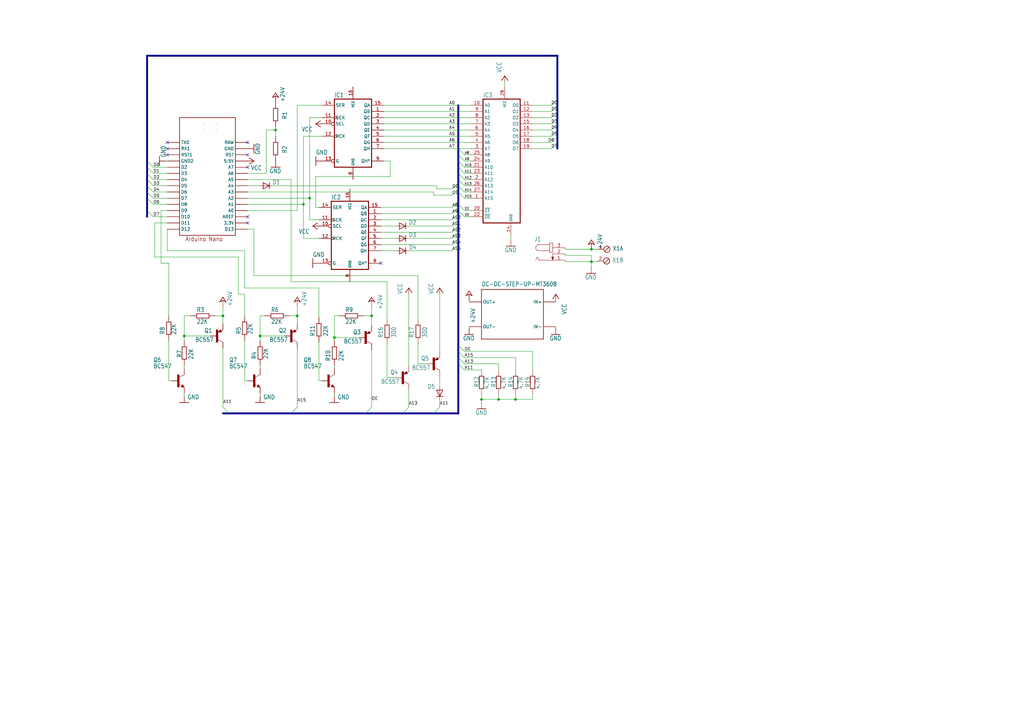
<source format=kicad_sch>
(kicad_sch (version 20230121) (generator eeschema)
  (paper "A3")
  (lib_symbols
    (symbol "1N4446_1"
      (property "Reference" "D5" (at -1.7526 -5.08 90))
      (symbol "1N4446_1_1_0"
        (pin passive line (at -2.54 0 0) (length 2.54) (name "A") (number "A"))
        (pin passive line (at 2.54 0 180) (length 2.54) (name "C") (number "C"))
      )
    )
    (symbol "1N4446_2"
      (property "Reference" "D4" (at 2.54 0.4826 0))
      (symbol "1N4446_2_1_0"
        (pin passive line (at -2.54 0 0) (length 2.54) (name "A") (number "A"))
        (pin passive line (at 2.54 0 180) (length 2.54) (name "C") (number "C"))
      )
    )
    (symbol "1N4446_3"
      (property "Reference" "D3" (at 2.54 0.4826 0))
      (symbol "1N4446_3_1_0"
        (pin passive line (at -2.54 0 0) (length 2.54) (name "A") (number "A"))
        (pin passive line (at 2.54 0 180) (length 2.54) (name "C") (number "C"))
      )
    )
    (symbol "1N4446_4"
      (property "Reference" "D2" (at 2.54 0.4826 0))
      (symbol "1N4446_4_1_0"
        (pin passive line (at -2.54 0 0) (length 2.54) (name "A") (number "A"))
        (pin passive line (at 2.54 0 180) (length 2.54) (name "C") (number "C"))
      )
    )
    (symbol "eprom_progr:27512"
      (property "Reference" "IC3" (at -10.16 26.035 0))
      (symbol "27512_1_0"
        (pin input line (at -15.24 -15.24 0) (length 5.08) (name "A15") (number "1"))
        (pin input line (at -15.24 22.86 0) (length 5.08) (name "A0") (number "10"))
        (pin tri_state line (at 10.16 22.86 180) (length 5.08) (name "O0") (number "11"))
        (pin tri_state line (at 10.16 20.32 180) (length 5.08) (name "O1") (number "12"))
        (pin tri_state line (at 10.16 17.78 180) (length 5.08) (name "O2") (number "13"))
        (pin power_in line (at 1.27 -30.48 90) (length 5.08) (name "GND") (number "14"))
        (pin tri_state line (at 10.16 15.24 180) (length 5.08) (name "O3") (number "15"))
        (pin tri_state line (at 10.16 12.7 180) (length 5.08) (name "O4") (number "16"))
        (pin tri_state line (at 10.16 10.16 180) (length 5.08) (name "O5") (number "17"))
        (pin tri_state line (at 10.16 7.62 180) (length 5.08) (name "O6") (number "18"))
        (pin tri_state line (at 10.16 5.08 180) (length 5.08) (name "O7") (number "19"))
        (pin input line (at -15.24 -7.62 0) (length 5.08) (name "A12") (number "2"))
        (pin input line (at -15.24 -20.32 0) (length 5.08) (name "~{CE}") (number "20"))
        (pin input line (at -15.24 -2.54 0) (length 5.08) (name "A10") (number "21"))
        (pin input line (at -15.24 -22.86 0) (length 5.08) (name "~{OE}") (number "22"))
        (pin input line (at -15.24 -5.08 0) (length 5.08) (name "A11") (number "23"))
        (pin input line (at -15.24 0 0) (length 5.08) (name "A9") (number "24"))
        (pin input line (at -15.24 2.54 0) (length 5.08) (name "A8") (number "25"))
        (pin input line (at -15.24 -10.16 0) (length 5.08) (name "A13") (number "26"))
        (pin input line (at -15.24 -12.7 0) (length 5.08) (name "A14") (number "27"))
        (pin power_in line (at -1.27 30.48 270) (length 5.08) (name "VCC") (number "28"))
        (pin input line (at -15.24 5.08 0) (length 5.08) (name "A7") (number "3"))
        (pin input line (at -15.24 7.62 0) (length 5.08) (name "A6") (number "4"))
        (pin input line (at -15.24 10.16 0) (length 5.08) (name "A5") (number "5"))
        (pin input line (at -15.24 12.7 0) (length 5.08) (name "A4") (number "6"))
        (pin input line (at -15.24 15.24 0) (length 5.08) (name "A3") (number "7"))
        (pin input line (at -15.24 17.78 0) (length 5.08) (name "A2") (number "8"))
        (pin input line (at -15.24 20.32 0) (length 5.08) (name "A1") (number "9"))
      )
    )
    (symbol "eprom_progr:74595D"
      (property "Reference" "IC1" (at -7.62 13.335 0))
      (symbol "74595D_1_0"
        (pin tri_state line (at 12.7 7.62 180) (length 5.08) (name "QB") (number "1"))
        (pin input inverted (at -12.7 2.54 0) (length 5.08) (name "SCL") (number "10"))
        (pin input clock (at -12.7 5.08 0) (length 5.08) (name "SCK") (number "11"))
        (pin input clock (at -12.7 -2.54 0) (length 5.08) (name "RCK") (number "12"))
        (pin input inverted (at -12.7 -12.7 0) (length 5.08) (name "G") (number "13"))
        (pin input line (at -12.7 10.16 0) (length 5.08) (name "SER") (number "14"))
        (pin tri_state line (at 12.7 10.16 180) (length 5.08) (name "QA") (number "15"))
        (pin power_in line (at 0 17.78 270) (length 5.08) (name "VCC") (number "16"))
        (pin tri_state line (at 12.7 5.08 180) (length 5.08) (name "QC") (number "2"))
        (pin tri_state line (at 12.7 2.54 180) (length 5.08) (name "QD") (number "3"))
        (pin tri_state line (at 12.7 0 180) (length 5.08) (name "QE") (number "4"))
        (pin tri_state line (at 12.7 -2.54 180) (length 5.08) (name "QF") (number "5"))
        (pin tri_state line (at 12.7 -5.08 180) (length 5.08) (name "QG") (number "6"))
        (pin tri_state line (at 12.7 -7.62 180) (length 5.08) (name "QH") (number "7"))
        (pin power_in line (at 0 -20.32 90) (length 5.08) (name "GND") (number "8"))
        (pin tri_state line (at 12.7 -12.7 180) (length 5.08) (name "QH*") (number "9"))
      )
    )
    (symbol "eprom_progr:JACK-PLUG1"
      (property "Reference" "J1" (at -7.62 5.08 0))
      (symbol "JACK-PLUG1_1_0"
        (pin passive line (at 5.08 -2.54 180) (length 5.08) (name "1") (number "1"))
        (pin passive line (at 5.08 0 180) (length 5.08) (name "2") (number "2"))
        (pin passive line (at 5.08 2.54 180) (length 5.08) (name "3") (number "3"))
      )
    )
    (symbol "eprom_progr:NANO"
      (symbol "NANO_1_0"
        (text "Arduino Nano" (at -12.7 20.32 0) (effects (font (size 1.778 1.5113)) (justify left bottom)))
        (pin bidirectional line (at -22.86 12.7 0) (length 5.08) (name "3.3V") (number "3.3V"))
        (pin bidirectional line (at -22.86 -12.7 0) (length 5.08) (name "5.5V") (number "5V"))
        (pin bidirectional line (at -22.86 7.62 0) (length 5.08) (name "A0") (number "A0"))
        (pin bidirectional line (at -22.86 5.08 0) (length 5.08) (name "A1") (number "A1"))
        (pin bidirectional line (at -22.86 2.54 0) (length 5.08) (name "A2") (number "A2"))
        (pin bidirectional line (at -22.86 0 0) (length 5.08) (name "A3") (number "A3"))
        (pin bidirectional line (at -22.86 -2.54 0) (length 5.08) (name "A4") (number "A4"))
        (pin bidirectional line (at -22.86 -5.08 0) (length 5.08) (name "A5") (number "A5"))
        (pin bidirectional line (at -22.86 -7.62 0) (length 5.08) (name "A6") (number "A6"))
        (pin bidirectional line (at -22.86 -10.16 0) (length 5.08) (name "A7") (number "A7"))
        (pin bidirectional line (at -22.86 10.16 0) (length 5.08) (name "AREF") (number "AREF"))
        (pin bidirectional line (at 10.16 10.16 180) (length 5.08) (name "D10") (number "D10"))
        (pin bidirectional line (at 10.16 12.7 180) (length 5.08) (name "D11") (number "D11"))
        (pin bidirectional line (at 10.16 15.24 180) (length 5.08) (name "D12") (number "D12"))
        (pin bidirectional line (at -22.86 15.24 0) (length 5.08) (name "D13") (number "D13"))
        (pin bidirectional line (at 10.16 -10.16 180) (length 5.08) (name "D2") (number "D2"))
        (pin bidirectional line (at 10.16 -7.62 180) (length 5.08) (name "D3") (number "D3"))
        (pin bidirectional line (at 10.16 -5.08 180) (length 5.08) (name "D4") (number "D4"))
        (pin bidirectional line (at 10.16 -2.54 180) (length 5.08) (name "D5") (number "D5"))
        (pin bidirectional line (at 10.16 0 180) (length 5.08) (name "D6") (number "D6"))
        (pin bidirectional line (at 10.16 2.54 180) (length 5.08) (name "D7") (number "D7"))
        (pin bidirectional line (at 10.16 5.08 180) (length 5.08) (name "D8") (number "D8"))
        (pin bidirectional line (at 10.16 7.62 180) (length 5.08) (name "D9") (number "D9"))
        (pin bidirectional line (at -22.86 -17.78 0) (length 5.08) (name "GND") (number "GND"))
        (pin bidirectional line (at 10.16 -12.7 180) (length 5.08) (name "GND2") (number "GND1"))
        (pin bidirectional line (at -10.16 -27.94 270) (length 0) (name "ICSP1") (number "ICSP1"))
        (pin bidirectional line (at -10.16 -25.4 270) (length 0) (name "ICSP2") (number "ICSP2"))
        (pin bidirectional line (at -7.62 -27.94 270) (length 0) (name "ICSP3") (number "ICSP3"))
        (pin bidirectional line (at -7.62 -25.4 270) (length 0) (name "ICSP4") (number "ICSP4"))
        (pin bidirectional line (at -5.08 -27.94 270) (length 0) (name "ICSP5") (number "ICSP5"))
        (pin bidirectional line (at -5.08 -25.4 270) (length 0) (name "ICSP6") (number "ICSP6"))
        (pin bidirectional line (at -22.86 -20.32 0) (length 5.08) (name "RAW") (number "RAW"))
        (pin bidirectional line (at -22.86 -15.24 0) (length 5.08) (name "RST") (number "RST"))
        (pin bidirectional line (at 10.16 -15.24 180) (length 5.08) (name "RST1") (number "RST1"))
        (pin bidirectional line (at 10.16 -17.78 180) (length 5.08) (name "RX1") (number "RX1"))
        (pin bidirectional line (at 10.16 -20.32 180) (length 5.08) (name "TX0") (number "TX0"))
      )
    )
    (symbol "untitled-eagle-import:+24V" (power)
      (property "Value" "+24V" (at -2.54 -5.08 90))
      (symbol "+24V_1_0"
        (pin power_in line (at 0 -2.54 90) (length 2.54) (name "+24V") (number "1"))
      )
    )
    (symbol "untitled-eagle-import:1N4446"
      (property "Reference" "D1" (at 2.54 0.4826 0))
      (symbol "1N4446_1_0"
        (pin passive line (at -2.54 0 0) (length 2.54) (name "A") (number "A"))
        (pin passive line (at 2.54 0 180) (length 2.54) (name "C") (number "C"))
      )
    )
    (symbol "untitled-eagle-import:BC547"
      (property "Reference" "Q" (at -10.16 7.62 0))
      (symbol "BC547_1_0"
        (pin passive line (at 2.54 -5.08 90) (length 2.54) (name "E") (number "1"))
        (pin passive line (at -2.54 0 0) (length 2.54) (name "B") (number "2"))
        (pin passive line (at 2.54 5.08 270) (length 2.54) (name "C") (number "3"))
      )
    )
    (symbol "untitled-eagle-import:BC557"
      (property "Reference" "Q" (at -10.16 7.62 0))
      (symbol "BC557_1_0"
        (pin passive line (at 2.54 5.08 270) (length 2.54) (name "E") (number "1"))
        (pin passive line (at -2.54 0 0) (length 2.54) (name "B") (number "2"))
        (pin passive line (at 2.54 -5.08 90) (length 2.54) (name "C") (number "3"))
      )
    )
    (symbol "untitled-eagle-import:DC-DC-STEP-UP-MT3608"
      (property "Value" "DC-DC-STEP-UP-MT3608" (at -12.7 11.43 0))
      (symbol "DC-DC-STEP-UP-MT3608_1_0"
        (pin bidirectional line (at 17.78 5.08 180) (length 5.08) (name "IN+") (number "IN+"))
        (pin bidirectional line (at 17.78 -5.08 180) (length 5.08) (name "IN-") (number "IN-"))
        (pin bidirectional line (at -17.78 5.08 0) (length 5.08) (name "OUT+") (number "OUT+"))
        (pin bidirectional line (at -17.78 -5.08 0) (length 5.08) (name "OUT-") (number "OUT-"))
      )
    )
    (symbol "untitled-eagle-import:GND" (power)
      (property "Value" "GND" (at -2.54 -2.54 0))
      (symbol "GND_1_0"
        (pin power_in line (at 0 2.54 270) (length 2.54) (name "GND") (number "1"))
      )
    )
    (symbol "untitled-eagle-import:MPT2"
      (property "Reference" "X" (at 3.556 -0.635 0))
      (symbol "MPT2_1_0"
        (pin passive line (at -2.54 0 0) (length 2.54) (name "1") (number "1"))
      )
      (symbol "MPT2_2_0"
        (pin passive line (at -2.54 0 0) (length 2.54) (name "1") (number "2"))
      )
    )
    (symbol "untitled-eagle-import:R-EU_M0805"
      (property "Reference" "R" (at -3.81 1.4986 0))
      (symbol "R-EU_M0805_1_0"
        (pin passive line (at -5.08 0 0) (length 2.54) (name "1") (number "1"))
        (pin passive line (at 5.08 0 180) (length 2.54) (name "2") (number "2"))
      )
    )
    (symbol "untitled-eagle-import:VCC" (power)
      (property "Value" "VCC" (at -2.54 -2.54 90))
      (symbol "VCC_1_0"
        (pin power_in line (at 0 -2.54 90) (length 2.54) (name "VCC") (number "1"))
      )
    )
  )
  (junction (at 106.68 137.795))
  (junction (at 152.4 129.54))
  (junction (at 137.16 138.43))
  (junction (at 242.57 102.235))
  (junction (at 124.46 83.82))
  (junction (at 242.57 107.315))
  (junction (at 113.03 53.34))
  (junction (at 91.44 129.54))
  (junction (at 127 81.28))
  (junction (at 197.485 163.83))
  (junction (at 211.455 163.83))
  (junction (at 121.92 129.54))
  (junction (at 204.47 163.83))
  (junction (at 75.565 137.795))
  (no_connect (at 101.6 63.5))
  (no_connect (at 101.6 58.42))
  (no_connect (at 156.21 107.95))
  (no_connect (at 68.58 60.96))
  (no_connect (at 68.58 58.42))
  (no_connect (at 101.6 68.58))
  (no_connect (at 68.58 63.5))
  (no_connect (at 101.6 88.9))
  (no_connect (at 101.6 91.44))
  (bus_entry (at 62.865 78.74) (size -2.54 -2.54))
  (bus_entry (at 185.42 77.47) (size 2.54 -2.54))
  (bus_entry (at 190.5 71.12) (size -2.54 -2.54))
  (bus_entry (at 180.34 167.005) (size -2.54 2.54))
  (bus_entry (at 190.5 88.9) (size -2.54 -2.54))
  (bus_entry (at 62.865 73.66) (size -2.54 -2.54))
  (bus_entry (at 226.06 45.72) (size 2.54 -2.54))
  (bus_entry (at 62.865 68.58) (size -2.54 -2.54))
  (bus_entry (at 62.865 83.82) (size -2.54 -2.54))
  (bus_entry (at 185.42 80.01) (size 2.54 -2.54))
  (bus_entry (at 226.06 58.42) (size 2.54 -2.54))
  (bus_entry (at 185.42 87.63) (size 2.54 -2.54))
  (bus_entry (at 190.5 86.36) (size -2.54 -2.54))
  (bus_entry (at 190.5 66.04) (size -2.54 -2.54))
  (bus_entry (at 121.92 167.005) (size -2.54 2.54))
  (bus_entry (at 190.5 63.5) (size -2.54 -2.54))
  (bus_entry (at 185.42 85.09) (size 2.54 -2.54))
  (bus_entry (at 62.865 81.28) (size -2.54 -2.54))
  (bus_entry (at 226.06 50.8) (size 2.54 -2.54))
  (bus_entry (at 185.42 90.17) (size 2.54 -2.54))
  (bus_entry (at 62.865 88.9) (size -2.54 -2.54))
  (bus_entry (at 185.42 100.33) (size 2.54 -2.54))
  (bus_entry (at 226.06 53.34) (size 2.54 -2.54))
  (bus_entry (at 185.42 92.71) (size 2.54 -2.54))
  (bus_entry (at 62.865 76.2) (size -2.54 -2.54))
  (bus_entry (at 190.5 144.145) (size -2.54 -2.54))
  (bus_entry (at 62.865 71.12) (size -2.54 -2.54))
  (bus_entry (at 226.06 60.96) (size 2.54 -2.54))
  (bus_entry (at 190.5 68.58) (size -2.54 -2.54))
  (bus_entry (at 190.5 151.765) (size -2.54 -2.54))
  (bus_entry (at 152.4 167.005) (size -2.54 2.54))
  (bus_entry (at 190.5 76.2) (size -2.54 -2.54))
  (bus_entry (at 185.42 95.25) (size 2.54 -2.54))
  (bus_entry (at 185.42 97.79) (size 2.54 -2.54))
  (bus_entry (at 226.06 55.88) (size 2.54 -2.54))
  (bus_entry (at 190.5 73.66) (size -2.54 -2.54))
  (bus_entry (at 226.06 43.18) (size 2.54 -2.54))
  (bus_entry (at 167.64 167.005) (size -2.54 2.54))
  (bus_entry (at 190.5 146.685) (size -2.54 -2.54))
  (bus_entry (at 91.44 167.005) (size 2.54 2.54))
  (bus_entry (at 190.5 81.28) (size -2.54 -2.54))
  (bus_entry (at 190.5 149.225) (size -2.54 -2.54))
  (bus_entry (at 185.42 102.87) (size 2.54 -2.54))
  (bus_entry (at 226.06 48.26) (size 2.54 -2.54))
  (bus_entry (at 190.5 78.74) (size -2.54 -2.54))
  (wire (pts (xy 75.565 149.86) (xy 75.565 151.13)) (stroke (width 0.1524)))
  (bus (pts (xy 187.96 149.225) (xy 187.96 169.545)) (stroke (width 0.762)))
  (wire (pts (xy 171.45 113.03) (xy 104.14 113.03)) (stroke (width 0.1524)))
  (wire (pts (xy 119.38 73.66) (xy 119.38 115.57)) (stroke (width 0.1524)))
  (bus (pts (xy 60.325 22.86) (xy 60.325 66.04)) (stroke (width 0.762)))
  (wire (pts (xy 242.57 104.775) (xy 242.57 107.315)) (stroke (width 0.1524)))
  (wire (pts (xy 132.08 48.26) (xy 127 48.26)) (stroke (width 0.1524)))
  (wire (pts (xy 68.58 91.44) (xy 63.5 91.44)) (stroke (width 0.1524)))
  (wire (pts (xy 207.01 33.655) (xy 207.01 35.56)))
  (wire (pts (xy 171.45 130.81) (xy 171.45 113.03)) (stroke (width 0.1524)))
  (wire (pts (xy 242.57 104.775) (xy 231.775 104.775)))
  (bus (pts (xy 187.96 74.93) (xy 187.96 76.2)) (stroke (width 0.762)))
  (wire (pts (xy 218.44 50.8) (xy 226.06 50.8)) (stroke (width 0.1524)))
  (wire (pts (xy 101.6 73.66) (xy 119.38 73.66)) (stroke (width 0.1524)))
  (wire (pts (xy 157.48 60.96) (xy 187.96 60.96)) (stroke (width 0.1524)))
  (bus (pts (xy 187.96 87.63) (xy 187.96 90.17)) (stroke (width 0.762)))
  (wire (pts (xy 119.38 115.57) (xy 158.75 115.57)) (stroke (width 0.1524)))
  (wire (pts (xy 100.33 102.87) (xy 100.33 118.11)) (stroke (width 0.1524)))
  (wire (pts (xy 121.92 142.875) (xy 121.92 167.005)) (stroke (width 0.1524)))
  (wire (pts (xy 231.775 107.315) (xy 231.775 106.68)))
  (wire (pts (xy 63.5 105.41) (xy 97.79 105.41)) (stroke (width 0.1524)))
  (wire (pts (xy 227.965 123.825) (xy 227.965 123.19)) (stroke (width 0.1524)))
  (wire (pts (xy 111.76 76.2) (xy 179.07 76.2)) (stroke (width 0.1524)))
  (bus (pts (xy 228.6 60.96) (xy 228.6 58.42)) (stroke (width 0.762)))
  (wire (pts (xy 130.81 118.11) (xy 100.33 118.11)) (stroke (width 0.1524)))
  (wire (pts (xy 152.4 133.35) (xy 152.4 129.54)) (stroke (width 0.1524)))
  (bus (pts (xy 228.6 43.18) (xy 228.6 40.64)) (stroke (width 0.762)))
  (bus (pts (xy 187.96 77.47) (xy 187.96 78.74)) (stroke (width 0.762)))
  (wire (pts (xy 68.58 86.36) (xy 66.04 86.36)) (stroke (width 0.1524)))
  (bus (pts (xy 228.6 40.64) (xy 228.6 22.86)) (stroke (width 0.762)))
  (wire (pts (xy 130.81 156.21) (xy 130.81 140.335)) (stroke (width 0.1524)))
  (wire (pts (xy 113.03 53.34) (xy 113.03 55.88)) (stroke (width 0.1524)))
  (wire (pts (xy 104.14 113.03) (xy 104.14 93.98)) (stroke (width 0.1524)))
  (wire (pts (xy 218.44 163.83) (xy 211.455 163.83)) (stroke (width 0.1524)))
  (bus (pts (xy 187.96 43.18) (xy 187.96 60.96)) (stroke (width 0.762)))
  (wire (pts (xy 68.58 83.82) (xy 62.865 83.82)) (stroke (width 0.1524)))
  (bus (pts (xy 187.96 90.17) (xy 187.96 92.71)) (stroke (width 0.762)))
  (bus (pts (xy 119.38 169.545) (xy 93.98 169.545)) (stroke (width 0.762)))
  (bus (pts (xy 187.96 95.25) (xy 187.96 97.79)) (stroke (width 0.762)))
  (wire (pts (xy 68.58 78.74) (xy 62.865 78.74)) (stroke (width 0.1524)))
  (wire (pts (xy 156.21 90.17) (xy 185.42 90.17)) (stroke (width 0.1524)))
  (wire (pts (xy 158.75 115.57) (xy 158.75 130.81)) (stroke (width 0.1524)))
  (wire (pts (xy 197.485 163.83) (xy 197.485 161.925)) (stroke (width 0.1524)))
  (wire (pts (xy 193.04 78.74) (xy 190.5 78.74)) (stroke (width 0.1524)))
  (wire (pts (xy 127 81.28) (xy 127 90.17)) (stroke (width 0.1524)))
  (wire (pts (xy 193.04 76.2) (xy 190.5 76.2)) (stroke (width 0.1524)))
  (bus (pts (xy 187.96 71.12) (xy 187.96 73.66)) (stroke (width 0.762)))
  (wire (pts (xy 158.75 140.97) (xy 158.75 154.94)) (stroke (width 0.1524)))
  (bus (pts (xy 187.96 76.2) (xy 187.96 77.47)) (stroke (width 0.762)))
  (wire (pts (xy 68.58 76.2) (xy 62.865 76.2)) (stroke (width 0.1524)))
  (wire (pts (xy 242.57 109.855) (xy 242.443 109.601)) (stroke (width 0.1524)))
  (bus (pts (xy 177.8 169.545) (xy 165.1 169.545)) (stroke (width 0.762)))
  (bus (pts (xy 187.96 78.74) (xy 187.96 82.55)) (stroke (width 0.762)))
  (wire (pts (xy 158.75 154.94) (xy 162.56 154.94)) (stroke (width 0.1524)))
  (wire (pts (xy 245.11 107.315) (xy 244.983 107.061)) (stroke (width 0.1524)))
  (wire (pts (xy 78.105 129.54) (xy 75.565 129.54)) (stroke (width 0.1524)))
  (wire (pts (xy 242.57 102.235) (xy 231.775 102.235)))
  (wire (pts (xy 218.44 60.96) (xy 226.06 60.96)) (stroke (width 0.1524)))
  (wire (pts (xy 88.265 129.54) (xy 91.44 129.54)) (stroke (width 0.1524)))
  (wire (pts (xy 121.92 125.73) (xy 121.92 129.54)) (stroke (width 0.1524)))
  (wire (pts (xy 124.46 83.82) (xy 124.46 97.79)) (stroke (width 0.1524)))
  (wire (pts (xy 193.04 73.66) (xy 190.5 73.66)) (stroke (width 0.1524)))
  (wire (pts (xy 130.81 130.175) (xy 130.81 118.11)) (stroke (width 0.1524)))
  (wire (pts (xy 218.44 144.145) (xy 190.5 144.145)) (stroke (width 0.1524)))
  (wire (pts (xy 218.44 45.72) (xy 226.06 45.72)) (stroke (width 0.1524)))
  (wire (pts (xy 121.92 129.54) (xy 121.92 132.715)) (stroke (width 0.1524)))
  (bus (pts (xy 165.1 169.545) (xy 149.86 169.545)) (stroke (width 0.762)))
  (wire (pts (xy 157.48 48.26) (xy 193.04 48.26)) (stroke (width 0.1524)))
  (wire (pts (xy 162.56 97.79) (xy 156.21 97.79)) (stroke (width 0.1524)))
  (bus (pts (xy 60.325 66.04) (xy 60.325 68.58)) (stroke (width 0.762)))
  (wire (pts (xy 193.04 68.58) (xy 190.5 68.58)) (stroke (width 0.1524)))
  (wire (pts (xy 157.48 55.88) (xy 193.04 55.88)) (stroke (width 0.1524)))
  (bus (pts (xy 187.96 169.545) (xy 177.8 169.545)) (stroke (width 0.762)))
  (wire (pts (xy 100.33 139.7) (xy 100.33 156.21)) (stroke (width 0.1524)))
  (wire (pts (xy 162.56 102.87) (xy 156.21 102.87)) (stroke (width 0.1524)))
  (wire (pts (xy 108.585 129.54) (xy 106.68 129.54)) (stroke (width 0.1524)))
  (wire (pts (xy 68.58 71.12) (xy 62.865 71.12)) (stroke (width 0.1524)))
  (wire (pts (xy 91.44 142.875) (xy 91.44 167.005)))
  (wire (pts (xy 218.44 58.42) (xy 226.06 58.42)))
  (bus (pts (xy 187.96 141.605) (xy 187.96 144.145)) (stroke (width 0.762)))
  (wire (pts (xy 132.08 55.88) (xy 124.46 55.88)) (stroke (width 0.1524)))
  (wire (pts (xy 156.21 87.63) (xy 185.42 87.63)) (stroke (width 0.1524)))
  (wire (pts (xy 66.04 107.95) (xy 69.215 107.95)) (stroke (width 0.1524)))
  (wire (pts (xy 68.58 88.9) (xy 62.865 88.9)) (stroke (width 0.1524)))
  (bus (pts (xy 228.6 58.42) (xy 228.6 55.88)) (stroke (width 0.762)))
  (bus (pts (xy 187.96 144.145) (xy 187.96 146.685)) (stroke (width 0.762)))
  (wire (pts (xy 127 48.26) (xy 127 81.28)) (stroke (width 0.1524)))
  (wire (pts (xy 185.42 102.87) (xy 167.64 102.87)) (stroke (width 0.1524)))
  (wire (pts (xy 157.48 43.18) (xy 193.04 43.18)) (stroke (width 0.1524)))
  (bus (pts (xy 187.96 66.04) (xy 187.96 68.58)) (stroke (width 0.762)))
  (wire (pts (xy 157.48 53.34) (xy 193.04 53.34)) (stroke (width 0.1524)))
  (bus (pts (xy 228.6 50.8) (xy 228.6 48.26)) (stroke (width 0.762)))
  (wire (pts (xy 204.47 161.925) (xy 204.47 163.83)) (stroke (width 0.1524)))
  (wire (pts (xy 193.04 71.12) (xy 190.5 71.12)) (stroke (width 0.1524)))
  (wire (pts (xy 193.04 63.5) (xy 190.5 63.5)) (stroke (width 0.1524)))
  (wire (pts (xy 116.84 137.795) (xy 106.68 137.795)) (stroke (width 0.1524)))
  (wire (pts (xy 69.215 139.7) (xy 69.215 156.21)) (stroke (width 0.1524)))
  (wire (pts (xy 245.11 107.315) (xy 242.57 107.315)) (stroke (width 0.1524)))
  (wire (pts (xy 68.58 73.66) (xy 62.865 73.66)) (stroke (width 0.1524)))
  (wire (pts (xy 124.46 55.88) (xy 124.46 83.82)) (stroke (width 0.1524)))
  (bus (pts (xy 60.325 86.36) (xy 60.325 88.9)) (stroke (width 0.762)))
  (wire (pts (xy 156.21 92.71) (xy 162.56 92.71)) (stroke (width 0.1524)))
  (wire (pts (xy 101.6 86.36) (xy 121.92 86.36)) (stroke (width 0.1524)))
  (wire (pts (xy 242.57 102.235) (xy 245.11 102.235)) (stroke (width 0.1524)))
  (wire (pts (xy 121.92 86.36) (xy 121.92 43.18)) (stroke (width 0.1524)))
  (wire (pts (xy 193.04 66.04) (xy 190.5 66.04)) (stroke (width 0.1524)))
  (bus (pts (xy 228.6 22.86) (xy 60.325 22.86)) (stroke (width 0.762)))
  (wire (pts (xy 137.16 139.7) (xy 137.16 138.43)) (stroke (width 0.1524)))
  (wire (pts (xy 218.44 55.88) (xy 226.06 55.88)) (stroke (width 0.1524)))
  (bus (pts (xy 187.96 73.66) (xy 187.96 74.93)) (stroke (width 0.762)))
  (wire (pts (xy 68.58 81.28) (xy 62.865 81.28)) (stroke (width 0.1524)))
  (bus (pts (xy 149.86 169.545) (xy 119.38 169.545)) (stroke (width 0.762)))
  (wire (pts (xy 63.5 91.44) (xy 63.5 105.41)) (stroke (width 0.1524)))
  (wire (pts (xy 68.58 68.58) (xy 62.865 68.58)) (stroke (width 0.1524)))
  (wire (pts (xy 152.4 143.51) (xy 152.4 167.005)) (stroke (width 0.1524)))
  (wire (pts (xy 156.21 95.25) (xy 185.42 95.25)) (stroke (width 0.1524)))
  (wire (pts (xy 227.965 134.62) (xy 227.965 133.985)) (stroke (width 0.1524)))
  (wire (pts (xy 100.33 129.54) (xy 100.33 120.65)) (stroke (width 0.1524)))
  (wire (pts (xy 209.55 96.52) (xy 209.55 98.425)))
  (wire (pts (xy 156.21 85.09) (xy 185.42 85.09)) (stroke (width 0.1524)))
  (wire (pts (xy 171.45 149.225) (xy 171.45 140.97)) (stroke (width 0.1524)))
  (wire (pts (xy 137.16 138.43) (xy 147.32 138.43)) (stroke (width 0.1524)))
  (wire (pts (xy 167.64 149.86) (xy 167.64 120.65)) (stroke (width 0.1524)))
  (bus (pts (xy 228.6 53.34) (xy 228.6 50.8)) (stroke (width 0.762)))
  (wire (pts (xy 157.48 50.8) (xy 193.04 50.8)) (stroke (width 0.1524)))
  (wire (pts (xy 137.16 129.54) (xy 137.16 138.43)) (stroke (width 0.1524)))
  (bus (pts (xy 187.96 82.55) (xy 187.96 83.82)) (stroke (width 0.762)))
  (bus (pts (xy 187.96 92.71) (xy 187.96 95.25)) (stroke (width 0.762)))
  (wire (pts (xy 100.33 156.21) (xy 101.6 156.21)) (stroke (width 0.1524)))
  (bus (pts (xy 187.96 100.33) (xy 187.96 141.605)) (stroke (width 0.762)))
  (bus (pts (xy 93.98 169.545) (xy 91.44 169.545)) (stroke (width 0.762)))
  (wire (pts (xy 204.47 151.765) (xy 204.47 149.225)) (stroke (width 0.1524)))
  (wire (pts (xy 106.68 151.13) (xy 106.68 149.86)) (stroke (width 0.1524)))
  (wire (pts (xy 185.42 80.01) (xy 177.8 80.01)) (stroke (width 0.1524)))
  (wire (pts (xy 211.455 151.765) (xy 211.455 146.685)) (stroke (width 0.1524)))
  (wire (pts (xy 204.47 149.225) (xy 190.5 149.225)) (stroke (width 0.1524)))
  (wire (pts (xy 152.4 129.54) (xy 152.4 125.73)) (stroke (width 0.1524)))
  (wire (pts (xy 101.6 83.82) (xy 124.46 83.82)) (stroke (width 0.1524)))
  (bus (pts (xy 60.325 71.12) (xy 60.325 73.66)) (stroke (width 0.762)))
  (wire (pts (xy 187.96 60.96) (xy 193.04 60.96)) (stroke (width 0.1524)))
  (wire (pts (xy 129.54 72.39) (xy 129.54 85.09)) (stroke (width 0.1524)))
  (wire (pts (xy 132.08 156.21) (xy 130.81 156.21)) (stroke (width 0.1524)))
  (wire (pts (xy 113.03 52.07) (xy 113.03 53.34)) (stroke (width 0.1524)))
  (wire (pts (xy 101.6 78.74) (xy 177.8 78.74)) (stroke (width 0.1524)))
  (wire (pts (xy 67.945 66.04) (xy 68.58 66.04)) (stroke (width 0.1524)))
  (bus (pts (xy 228.6 55.88) (xy 228.6 53.34)) (stroke (width 0.762)))
  (wire (pts (xy 180.34 144.145) (xy 180.34 120.65)) (stroke (width 0.1524)))
  (wire (pts (xy 68.58 102.87) (xy 100.33 102.87)) (stroke (width 0.1524)))
  (wire (pts (xy 211.455 146.685) (xy 190.5 146.685)) (stroke (width 0.1524)))
  (wire (pts (xy 218.44 151.765) (xy 218.44 144.145)) (stroke (width 0.1524)))
  (wire (pts (xy 192.405 123.825) (xy 192.405 123.19)) (stroke (width 0.1524)))
  (wire (pts (xy 197.485 165.1) (xy 197.485 163.83)) (stroke (width 0.1524)))
  (wire (pts (xy 91.44 129.54) (xy 91.44 132.715)) (stroke (width 0.1524)))
  (wire (pts (xy 167.64 160.02) (xy 167.64 167.005)) (stroke (width 0.1524)))
  (bus (pts (xy 187.96 60.96) (xy 187.96 63.5)) (stroke (width 0.762)))
  (wire (pts (xy 185.42 97.79) (xy 167.64 97.79)) (stroke (width 0.1524)))
  (bus (pts (xy 228.6 48.26) (xy 228.6 45.72)) (stroke (width 0.762)))
  (wire (pts (xy 106.68 129.54) (xy 106.68 137.795)) (stroke (width 0.1524)))
  (bus (pts (xy 187.96 146.685) (xy 187.96 149.225)) (stroke (width 0.762)))
  (wire (pts (xy 218.44 53.34) (xy 226.06 53.34)) (stroke (width 0.1524)))
  (bus (pts (xy 60.325 76.2) (xy 60.325 78.74)) (stroke (width 0.762)))
  (wire (pts (xy 104.14 93.98) (xy 101.6 93.98)) (stroke (width 0.1524)))
  (wire (pts (xy 211.455 161.925) (xy 211.455 163.83)) (stroke (width 0.1524)))
  (wire (pts (xy 180.34 163.83) (xy 180.34 167.005)) (stroke (width 0.1524)))
  (wire (pts (xy 69.215 107.95) (xy 69.215 129.54)) (stroke (width 0.1524)))
  (wire (pts (xy 167.64 92.71) (xy 185.42 92.71)) (stroke (width 0.1524)))
  (wire (pts (xy 157.48 66.04) (xy 160.02 66.04)) (stroke (width 0.1524)))
  (wire (pts (xy 192.405 134.62) (xy 192.405 133.985)) (stroke (width 0.1524)))
  (wire (pts (xy 160.02 72.39) (xy 129.54 72.39)) (stroke (width 0.1524)))
  (bus (pts (xy 60.325 78.74) (xy 60.325 81.28)) (stroke (width 0.762)))
  (wire (pts (xy 129.54 85.09) (xy 130.81 85.09)) (stroke (width 0.1524)))
  (wire (pts (xy 204.47 163.83) (xy 197.485 163.83)) (stroke (width 0.1524)))
  (wire (pts (xy 193.04 88.9) (xy 190.5 88.9)) (stroke (width 0.1524)))
  (wire (pts (xy 118.745 129.54) (xy 121.92 129.54)) (stroke (width 0.1524)))
  (wire (pts (xy 106.68 137.795) (xy 106.68 139.7)) (stroke (width 0.1524)))
  (wire (pts (xy 211.455 163.83) (xy 204.47 163.83)) (stroke (width 0.1524)))
  (bus (pts (xy 228.6 45.72) (xy 228.6 43.18)) (stroke (width 0.762)))
  (wire (pts (xy 101.6 71.12) (xy 109.22 71.12)) (stroke (width 0.1524)))
  (wire (pts (xy 157.48 58.42) (xy 193.04 58.42)) (stroke (width 0.1524)))
  (wire (pts (xy 101.6 81.28) (xy 127 81.28)) (stroke (width 0.1524)))
  (wire (pts (xy 91.44 125.73) (xy 91.44 129.54)) (stroke (width 0.1524)))
  (wire (pts (xy 137.16 151.13) (xy 137.16 149.86)) (stroke (width 0.1524)))
  (wire (pts (xy 193.04 81.28) (xy 190.5 81.28)) (stroke (width 0.1524)))
  (wire (pts (xy 97.79 105.41) (xy 97.79 120.65)) (stroke (width 0.1524)))
  (wire (pts (xy 69.215 156.21) (xy 70.485 156.21)) (stroke (width 0.1524)))
  (wire (pts (xy 218.44 48.26) (xy 226.06 48.26)) (stroke (width 0.1524)))
  (wire (pts (xy 180.34 154.305) (xy 180.34 158.75)) (stroke (width 0.1524)))
  (bus (pts (xy 187.96 83.82) (xy 187.96 85.09)) (stroke (width 0.762)))
  (wire (pts (xy 185.42 77.47) (xy 179.07 77.47)) (stroke (width 0.1524)))
  (wire (pts (xy 75.565 137.795) (xy 75.565 139.7)) (stroke (width 0.1524)))
  (bus (pts (xy 187.96 63.5) (xy 187.96 66.04)) (stroke (width 0.762)))
  (wire (pts (xy 124.46 97.79) (xy 130.81 97.79)) (stroke (width 0.1524)))
  (wire (pts (xy 242.57 107.315) (xy 231.775 107.315)))
  (bus (pts (xy 187.96 86.36) (xy 187.96 87.63)) (stroke (width 0.762)))
  (wire (pts (xy 175.26 149.225) (xy 171.45 149.225)) (stroke (width 0.1524)))
  (wire (pts (xy 127 90.17) (xy 130.81 90.17)) (stroke (width 0.1524)))
  (wire (pts (xy 75.565 129.54) (xy 75.565 137.795)) (stroke (width 0.1524)))
  (wire (pts (xy 137.16 162.56) (xy 137.16 161.29)) (stroke (width 0.1524)))
  (wire (pts (xy 109.22 53.34) (xy 113.03 53.34)) (stroke (width 0.1524)))
  (wire (pts (xy 139.065 129.54) (xy 137.16 129.54)) (stroke (width 0.1524)))
  (wire (pts (xy 149.225 129.54) (xy 152.4 129.54)) (stroke (width 0.1524)))
  (wire (pts (xy 193.04 86.36) (xy 190.5 86.36)) (stroke (width 0.1524)))
  (wire (pts (xy 100.33 120.65) (xy 97.79 120.65)) (stroke (width 0.1524)))
  (wire (pts (xy 121.92 43.18) (xy 132.08 43.18)) (stroke (width 0.1524)))
  (wire (pts (xy 101.6 76.2) (xy 106.68 76.2)) (stroke (width 0.1524)))
  (wire (pts (xy 157.48 45.72) (xy 193.04 45.72)) (stroke (width 0.1524)))
  (wire (pts (xy 66.04 86.36) (xy 66.04 107.95)) (stroke (width 0.1524)))
  (wire (pts (xy 218.44 161.925) (xy 218.44 163.83)) (stroke (width 0.1524)))
  (wire (pts (xy 156.21 100.33) (xy 185.42 100.33)) (stroke (width 0.1524)))
  (wire (pts (xy 68.58 93.98) (xy 68.58 102.87)) (stroke (width 0.1524)))
  (wire (pts (xy 106.68 162.56) (xy 106.68 161.29)) (stroke (width 0.1524)))
  (bus (pts (xy 187.96 85.09) (xy 187.96 86.36)) (stroke (width 0.762)))
  (wire (pts (xy 160.02 66.04) (xy 160.02 72.39)) (stroke (width 0.1524)))
  (bus (pts (xy 60.325 68.58) (xy 60.325 71.12)) (stroke (width 0.762)))
  (wire (pts (xy 242.57 109.855) (xy 242.57 107.315)) (stroke (width 0.1524)))
  (wire (pts (xy 177.8 78.74) (xy 177.8 80.01)) (stroke (width 0.1524)))
  (bus (pts (xy 60.325 81.28) (xy 60.325 86.36)) (stroke (width 0.762)))
  (wire (pts (xy 86.36 137.795) (xy 75.565 137.795)) (stroke (width 0.1524)))
  (bus (pts (xy 187.96 68.58) (xy 187.96 71.12)) (stroke (width 0.762)))
  (wire (pts (xy 179.07 76.2) (xy 179.07 77.47)) (stroke (width 0.1524)))
  (wire (pts (xy 75.565 162.56) (xy 75.565 161.29)) (stroke (width 0.1524)))
  (wire (pts (xy 231.775 102.235) (xy 231.775 101.6)))
  (wire (pts (xy 218.44 43.18) (xy 226.06 43.18)) (stroke (width 0.1524)))
  (bus (pts (xy 60.325 73.66) (xy 60.325 76.2)) (stroke (width 0.762)))
  (wire (pts (xy 109.22 71.12) (xy 109.22 53.34)) (stroke (width 0.1524)))
  (bus (pts (xy 187.96 97.79) (xy 187.96 100.33)) (stroke (width 0.762)))
  (wire (pts (xy 231.775 104.775) (xy 231.775 104.14)))
  (wire (pts (xy 197.485 151.765) (xy 190.5 151.765)) (stroke (width 0.1524)))
  (label "A15" (at 121.92 165.1 0) (effects (font (size 1.2446 1.2446))))
  (label "A13" (at 185.42 97.79 0) (effects (font (size 1.2446 1.2446))))
  (label "D6" (at 62.865 83.82 0) (effects (font (size 1.2446 1.2446))))
  (label "A13" (at 190.5 149.225 0) (effects (font (size 1.2446 1.2446))))
  (label "A8" (at 185.42 85.09 0) (effects (font (size 1.2446 1.2446))))
  (label "A13" (at 190.5 76.2 0) (effects (font (size 1.016 1.016))))
  (label "A4" (at 184.15 53.34 0) (effects (font (size 1.2446 1.2446))))
  (label "OE" (at 152.4 164.465 0) (effects (font (size 1.2446 1.2446))))
  (label "D7" (at 62.865 88.9 0) (effects (font (size 1.2446 1.2446))))
  (label "D5" (at 226.06 55.88 0) (effects (font (size 1.2446 1.2446))))
  (label "CE" (at 185.42 80.01 0) (effects (font (size 1.2446 1.2446))))
  (label "A9" (at 190.5 66.04 0) (effects (font (size 1.016 1.016))))
  (label "A8" (at 190.5 63.5 0) (effects (font (size 1.016 1.016))))
  (label "A5" (at 184.15 55.88 0) (effects (font (size 1.2446 1.2446))))
  (label "A10" (at 190.5 68.58 0) (effects (font (size 1.016 1.016))))
  (label "A0" (at 184.15 43.18 0) (effects (font (size 1.2446 1.2446))))
  (label "D2" (at 226.06 48.26 0) (effects (font (size 1.2446 1.2446))))
  (label "D3" (at 226.06 50.8 0) (effects (font (size 1.2446 1.2446))))
  (label "A9" (at 185.42 87.63 0) (effects (font (size 1.2446 1.2446))))
  (label "A2" (at 184.15 48.26 0) (effects (font (size 1.2446 1.2446))))
  (label "D0" (at 62.865 68.58 0) (effects (font (size 1.2446 1.2446))))
  (label "A11" (at 91.44 165.735 0) (effects (font (size 1.2446 1.2446))))
  (label "D5" (at 62.865 81.28 0) (effects (font (size 1.2446 1.2446))))
  (label "D2" (at 62.865 73.66 0) (effects (font (size 1.2446 1.2446))))
  (label "A12" (at 190.5 73.66 0) (effects (font (size 1.016 1.016))))
  (label "A7" (at 184.15 60.96 0) (effects (font (size 1.2446 1.2446))))
  (label "A15" (at 185.42 102.87 0) (effects (font (size 1.2446 1.2446))))
  (label "A14" (at 185.42 100.33 0) (effects (font (size 1.2446 1.2446))))
  (label "CE" (at 190.5 86.36 0) (effects (font (size 1.016 1.016))))
  (label "D1" (at 226.06 45.72 0) (effects (font (size 1.2446 1.2446))))
  (label "OE" (at 190.5 88.9 0) (effects (font (size 1.016 1.016))))
  (label "D4" (at 62.865 78.74 0) (effects (font (size 1.2446 1.2446))))
  (label "A11" (at 190.5 151.765 0) (effects (font (size 1.2446 1.2446))))
  (label "A13" (at 167.64 166.37 0) (effects (font (size 1.2446 1.2446))))
  (label "D6" (at 224.79 58.42 0) (effects (font (size 1.2446 1.2446))))
  (label "D0" (at 226.06 43.18 0) (effects (font (size 1.2446 1.2446))))
  (label "A3" (at 184.15 50.8 0) (effects (font (size 1.2446 1.2446))))
  (label "OE" (at 190.5 144.145 0) (effects (font (size 1.2446 1.2446))))
  (label "D7" (at 226.06 60.96 0) (effects (font (size 1.2446 1.2446))))
  (label "A14" (at 190.5 78.74 0) (effects (font (size 1.016 1.016))))
  (label "D4" (at 226.06 53.34 0) (effects (font (size 1.2446 1.2446))))
  (label "A15" (at 190.5 146.685 0) (effects (font (size 1.2446 1.2446))))
  (label "A11" (at 185.42 92.71 0) (effects (font (size 1.2446 1.2446))))
  (label "OE" (at 185.42 77.47 0) (effects (font (size 1.2446 1.2446))))
  (label "A11" (at 190.5 71.12 0) (effects (font (size 1.016 1.016))))
  (label "D3" (at 62.865 76.2 0) (effects (font (size 1.2446 1.2446))))
  (label "A6" (at 184.15 58.42 0) (effects (font (size 1.2446 1.2446))))
  (label "A15" (at 190.5 81.28 0) (effects (font (size 1.016 1.016))))
  (label "A1" (at 184.15 45.72 0) (effects (font (size 1.2446 1.2446))))
  (label "A11" (at 180.34 166.37 0) (effects (font (size 1.2446 1.2446))))
  (label "A12" (at 185.42 95.25 0) (effects (font (size 1.2446 1.2446))))
  (label "D1" (at 62.865 71.12 0) (effects (font (size 1.2446 1.2446))))
  (label "A10" (at 185.42 90.17 0) (effects (font (size 1.2446 1.2446))))
  (symbol (lib_id "untitled-eagle-import:R-EU_M0805") (at 113.03 60.96 270) (unit 1)
    (property "Reference" "R2" (at 115.7986 59.69 0) (effects (font (size 1.778 1.5113)) (justify left bottom)))
    (property "Value" "R-EU_M0805" (effects hide))
    (property "Footprint" "untitled:M0805" (effects hide))
  )
  (symbol (lib_id "untitled-eagle-import:VCC") (at 227.965 120.65 0) (unit 1)
    (property "Reference" "#P+011" (effects hide))
    (property "Value" "VCC" (at 230.505 124.46 90) (effects (font (size 1.778 1.5113)) (justify right top)))
  )
  (symbol (lib_id "untitled-eagle-import:R-EU_M0805") (at 171.45 135.89 270) (unit 1)
    (property "Reference" "R17" (at 167.8686 133.985 0) (effects (font (size 1.778 1.5113)) (justify left bottom)))
    (property "Value" "300" (at 173.228 133.985 0) (effects (font (size 1.778 1.5113)) (justify left bottom)))
    (property "Footprint" "untitled:M0805" (effects hide))
  )
  (symbol (lib_id "untitled-eagle-import:R-EU_M0805") (at 197.485 156.845 270) (unit 1)
    (property "Reference" "R12" (at 194.5386 154.305 0) (effects (font (size 1.778 1.5113)) (justify left bottom)))
    (property "Value" "4.7K" (at 198.628 154.305 0) (effects (font (size 1.778 1.5113)) (justify left bottom)))
    (property "Footprint" "untitled:M0805" (effects hide))
  )
  (symbol (lib_id "untitled-eagle-import:VCC") (at 180.34 118.11 0) (unit 1)
    (property "Reference" "#P+01" (effects hide))
    (property "Value" "VCC" (at 177.8 120.65 90) (effects (font (size 1.778 1.5113)) (justify left bottom)))
  )
  (symbol (lib_id "untitled-eagle-import:R-EU_M0805") (at 144.145 129.54 0) (unit 1)
    (property "Reference" "R9" (at 141.605 128.0414 0) (effects (font (size 1.778 1.5113)) (justify left bottom)))
    (property "Value" "22K" (at 141.605 132.842 0) (effects (font (size 1.778 1.5113)) (justify left bottom)))
    (property "Footprint" "untitled:M0805" (effects hide))
  )
  (symbol (lib_id "untitled-eagle-import:BC557") (at 165.1 154.94 0) (unit 1)
    (property "Reference" "Q4" (at 160.02 153.67 0) (effects (font (size 1.778 1.5113)) (justify left bottom)))
    (property "Value" "BC557" (at 156.21 157.48 0) (effects (font (size 1.778 1.5113)) (justify left bottom)))
    (property "Footprint" "untitled:TO92" (effects hide))
  )
  (symbol (lib_id "untitled-eagle-import:DC-DC-STEP-UP-MT3608") (at 210.185 128.905 0) (unit 1)
    (property "Reference" "U2" (effects hide))
    (property "Value" "DC-DC-STEP-UP-MT3608" (at 197.485 117.475 0) (effects (font (size 1.778 1.5113)) (justify left bottom)))
    (property "Footprint" "DC-DC-STEP-UP-MT3608" (effects hide))
  )
  (symbol (lib_id "eprom_progr:27512") (at 208.28 66.04 0) (unit 1)
    (property "Reference" "IC3" (at 198.12 40.005 0) (effects (font (size 1.778 1.5113)) (justify left bottom)))
    (property "Value" "27C512" (effects hide))
    (property "Footprint" "DIL28" (effects hide))
  )
  (symbol (lib_id "untitled-eagle-import:GND") (at 104.14 60.96 90) (unit 1)
    (property "Reference" "#GND04" (effects hide))
    (property "Value" "GND" (at 106.68 63.5 0) (effects (font (size 1.778 1.5113)) (justify left bottom)))
  )
  (symbol (lib_name "1N4446_2") (lib_id "untitled-eagle-import:1N4446") (at 165.1 102.87 0) (unit 1)
    (property "Reference" "D4" (at 167.64 102.3874 0) (effects (font (size 1.778 1.5113)) (justify left bottom)))
    (property "Value" "1N4446" (effects hide))
    (property "Footprint" "untitled:DO35-10" (effects hide))
  )
  (symbol (lib_id "untitled-eagle-import:GND") (at 113.03 68.58 0) (unit 1)
    (property "Reference" "#GND01" (effects hide))
    (property "Value" "GND" (at 110.49 71.12 0) (effects (font (size 1.778 1.5113)) (justify left bottom)))
  )
  (symbol (lib_id "untitled-eagle-import:GND") (at 106.68 165.1 0) (unit 1)
    (property "Reference" "#GND08" (effects hide))
    (property "Value" "GND" (at 107.95 163.83 0) (effects (font (size 1.778 1.5113)) (justify left bottom)))
  )
  (symbol (lib_id "untitled-eagle-import:R-EU_M0805") (at 69.215 134.62 270) (unit 1)
    (property "Reference" "R8" (at 65.6336 133.985 0) (effects (font (size 1.778 1.5113)) (justify left bottom)))
    (property "Value" "22K" (at 70.358 132.715 0) (effects (font (size 1.778 1.5113)) (justify left bottom)))
    (property "Footprint" "untitled:M0805" (effects hide))
  )
  (symbol (lib_id "untitled-eagle-import:GND") (at 75.565 165.1 0) (unit 1)
    (property "Reference" "#GND09" (effects hide))
    (property "Value" "GND" (at 76.835 163.83 0) (effects (font (size 1.778 1.5113)) (justify left bottom)))
  )
  (symbol (lib_id "untitled-eagle-import:R-EU_M0805") (at 211.455 156.845 270) (unit 1)
    (property "Reference" "R14" (at 208.5086 154.305 0) (effects (font (size 1.778 1.5113)) (justify left bottom)))
    (property "Value" "4.7K" (at 212.598 154.305 0) (effects (font (size 1.778 1.5113)) (justify left bottom)))
    (property "Footprint" "untitled:M0805" (effects hide))
  )
  (symbol (lib_id "untitled-eagle-import:BC557") (at 177.8 149.225 0) (unit 1)
    (property "Reference" "Q5" (at 172.72 147.955 0) (effects (font (size 1.778 1.5113)) (justify left bottom)))
    (property "Value" "BC557" (at 168.91 151.765 0) (effects (font (size 1.778 1.5113)) (justify left bottom)))
    (property "Footprint" "untitled:TO92" (effects hide))
  )
  (symbol (lib_id "untitled-eagle-import:BC547") (at 104.14 156.21 0) (unit 1)
    (property "Reference" "Q7" (at 93.98 148.59 0) (effects (font (size 1.778 1.5113)) (justify left bottom)))
    (property "Value" "BC547" (at 93.98 151.13 0) (effects (font (size 1.778 1.5113)) (justify left bottom)))
    (property "Footprint" "untitled:TO92" (effects hide))
  )
  (symbol (lib_id "untitled-eagle-import:GND") (at 128.27 107.95 270) (unit 1)
    (property "Reference" "#GND03" (effects hide))
    (property "Value" "GND" (at 128.27 105.41 90) (effects (font (size 1.778 1.5113)) (justify left bottom)))
  )
  (symbol (lib_id "eprom_progr:JACK-PLUG1") (at 226.695 104.14 0) (unit 1)
    (property "Reference" "J1" (at 219.075 99.06 0) (effects (font (size 1.778 1.5113)) (justify left bottom)))
    (property "Value" "JACK-PLUG1" (effects hide))
    (property "Footprint" "SPC4078" (effects hide))
  )
  (symbol (lib_id "untitled-eagle-import:R-EU_M0805") (at 137.16 144.78 270) (unit 1)
    (property "Reference" "R10" (at 133.5786 143.51 0) (effects (font (size 1.778 1.5113)) (justify left bottom)))
    (property "Value" "22K" (at 138.938 143.51 0) (effects (font (size 1.778 1.5113)) (justify left bottom)))
    (property "Footprint" "untitled:M0805" (effects hide))
  )
  (symbol (lib_id "untitled-eagle-import:R-EU_M0805") (at 218.44 156.845 270) (unit 1)
    (property "Reference" "R15" (at 215.4936 154.305 0) (effects (font (size 1.778 1.5113)) (justify left bottom)))
    (property "Value" "4.7K" (at 219.583 154.305 0) (effects (font (size 1.778 1.5113)) (justify left bottom)))
    (property "Footprint" "untitled:M0805" (effects hide))
  )
  (symbol (lib_id "untitled-eagle-import:VCC") (at 207.01 31.115 0) (unit 1)
    (property "Reference" "#P+013" (effects hide))
    (property "Value" "VCC" (at 205.74 29.845 90) (effects (font (size 1.778 1.5113)) (justify left bottom)))
  )
  (symbol (lib_id "untitled-eagle-import:+24V") (at 242.57 99.695 0) (unit 1)
    (property "Reference" "#P+010" (effects hide))
    (property "Value" "+24V" (at 245.11 102.235 90) (effects (font (size 1.778 1.5113)) (justify left top)))
  )
  (symbol (lib_id "untitled-eagle-import:+24V") (at 113.03 39.37 0) (unit 1)
    (property "Reference" "#P+06" (effects hide))
    (property "Value" "+24V" (at 116.84 41.91 90) (effects (font (size 1.778 1.5113)) (justify left bottom)))
  )
  (symbol (lib_id "untitled-eagle-import:GND") (at 65.405 66.04 270) (unit 1)
    (property "Reference" "#GND05" (effects hide))
    (property "Value" "GND" (at 66.04 59.69 0) (effects (font (size 1.778 1.5113)) (justify left bottom)))
  )
  (symbol (lib_id "untitled-eagle-import:MPT2") (at 247.523 107.061 0) (unit 2)
    (property "Reference" "X1" (at 251.079 107.696 0) (effects (font (size 1.778 1.5113)) (justify left bottom)))
    (property "Value" "MPT2" (effects hide))
    (property "Footprint" "untitled:2POL254" (effects hide))
  )
  (symbol (lib_id "untitled-eagle-import:GND") (at 227.965 137.16 0) (unit 1)
    (property "Reference" "#GND011" (effects hide))
    (property "Value" "GND" (at 225.425 139.7 0) (effects (font (size 1.778 1.5113)) (justify left bottom)))
  )
  (symbol (lib_id "untitled-eagle-import:BC557") (at 149.86 138.43 0) (unit 1)
    (property "Reference" "Q3" (at 144.78 137.16 0) (effects (font (size 1.778 1.5113)) (justify left bottom)))
    (property "Value" "BC557" (at 140.97 140.97 0) (effects (font (size 1.778 1.5113)) (justify left bottom)))
    (property "Footprint" "untitled:TO92" (effects hide))
  )
  (symbol (lib_id "untitled-eagle-import:R-EU_M0805") (at 100.33 134.62 90) (unit 1)
    (property "Reference" "R5" (at 98.8314 137.16 0) (effects (font (size 1.778 1.5113)) (justify left bottom)))
    (property "Value" "22K" (at 103.632 137.16 0) (effects (font (size 1.778 1.5113)) (justify left bottom)))
    (property "Footprint" "untitled:M0805" (effects hide))
  )
  (symbol (lib_id "untitled-eagle-import:BC547") (at 73.025 156.21 0) (unit 1)
    (property "Reference" "Q6" (at 62.865 148.59 0) (effects (font (size 1.778 1.5113)) (justify left bottom)))
    (property "Value" "BC547" (at 62.865 151.13 0) (effects (font (size 1.778 1.5113)) (justify left bottom)))
    (property "Footprint" "untitled:TO92" (effects hide))
  )
  (symbol (lib_id "untitled-eagle-import:+24V") (at 192.405 120.65 0) (unit 1)
    (property "Reference" "#P+012" (effects hide))
    (property "Value" "+24V" (at 194.945 126.365 90) (effects (font (size 1.778 1.5113)) (justify right bottom)))
  )
  (symbol (lib_id "untitled-eagle-import:R-EU_M0805") (at 113.03 46.99 270) (unit 1)
    (property "Reference" "R1" (at 115.7986 45.72 0) (effects (font (size 1.778 1.5113)) (justify left bottom)))
    (property "Value" "R-EU_M0805" (effects hide))
    (property "Footprint" "untitled:M0805" (effects hide))
  )
  (symbol (lib_id "untitled-eagle-import:+24V") (at 121.92 123.19 0) (unit 1)
    (property "Reference" "#P+04" (effects hide))
    (property "Value" "+24V" (at 125.73 125.73 90) (effects (font (size 1.778 1.5113)) (justify left bottom)))
  )
  (symbol (lib_id "untitled-eagle-import:GND") (at 242.443 112.141 0) (unit 1)
    (property "Reference" "#GND06" (effects hide))
    (property "Value" "GND" (at 239.903 114.681 0) (effects (font (size 1.778 1.5113)) (justify left bottom)))
  )
  (symbol (lib_id "eprom_progr:74595D") (at 144.78 53.34 0) (unit 1)
    (property "Reference" "IC1" (at 137.16 40.005 0) (effects (font (size 1.778 1.5113)) (justify left bottom)))
    (property "Value" "74HC595D" (effects hide))
    (property "Footprint" "SO16" (effects hide))
  )
  (symbol (lib_id "untitled-eagle-import:R-EU_M0805") (at 83.185 129.54 0) (unit 1)
    (property "Reference" "R3" (at 80.645 128.0414 0) (effects (font (size 1.778 1.5113)) (justify left bottom)))
    (property "Value" "22K" (at 80.645 132.842 0) (effects (font (size 1.778 1.5113)) (justify left bottom)))
    (property "Footprint" "untitled:M0805" (effects hide))
  )
  (symbol (lib_id "untitled-eagle-import:R-EU_M0805") (at 204.47 156.845 270) (unit 1)
    (property "Reference" "R13" (at 201.5236 154.305 0) (effects (font (size 1.778 1.5113)) (justify left bottom)))
    (property "Value" "4.7K" (at 205.613 154.305 0) (effects (font (size 1.778 1.5113)) (justify left bottom)))
    (property "Footprint" "untitled:M0805" (effects hide))
  )
  (symbol (lib_id "untitled-eagle-import:BC557") (at 88.9 137.795 0) (unit 1)
    (property "Reference" "Q1" (at 83.82 136.525 0) (effects (font (size 1.778 1.5113)) (justify left bottom)))
    (property "Value" "BC557" (at 80.01 140.335 0) (effects (font (size 1.778 1.5113)) (justify left bottom)))
    (property "Footprint" "untitled:TO92" (effects hide))
  )
  (symbol (lib_id "untitled-eagle-import:BC547") (at 134.62 156.21 0) (unit 1)
    (property "Reference" "Q8" (at 124.46 148.59 0) (effects (font (size 1.778 1.5113)) (justify left bottom)))
    (property "Value" "BC547" (at 124.46 151.13 0) (effects (font (size 1.778 1.5113)) (justify left bottom)))
    (property "Footprint" "untitled:TO92" (effects hide))
  )
  (symbol (lib_id "untitled-eagle-import:R-EU_M0805") (at 106.68 144.78 90) (unit 1)
    (property "Reference" "R4" (at 105.1814 147.32 0) (effects (font (size 1.778 1.5113)) (justify left bottom)))
    (property "Value" "22K" (at 109.982 147.32 0) (effects (font (size 1.778 1.5113)) (justify left bottom)))
    (property "Footprint" "untitled:M0805" (effects hide))
  )
  (symbol (lib_id "untitled-eagle-import:GND") (at 137.16 165.1 0) (unit 1)
    (property "Reference" "#GND07" (effects hide))
    (property "Value" "GND" (at 138.43 163.83 0) (effects (font (size 1.778 1.5113)) (justify left bottom)))
  )
  (symbol (lib_id "untitled-eagle-import:R-EU_M0805") (at 158.75 135.89 270) (unit 1)
    (property "Reference" "R16" (at 155.1686 133.985 0) (effects (font (size 1.778 1.5113)) (justify left bottom)))
    (property "Value" "300" (at 160.528 133.985 0) (effects (font (size 1.778 1.5113)) (justify left bottom)))
    (property "Footprint" "untitled:M0805" (effects hide))
  )
  (symbol (lib_id "eprom_progr:NANO") (at 78.74 78.74 180) (unit 1)
    (property "Reference" "U1" (effects hide))
    (property "Value" "NANO" (effects hide))
    (property "Footprint" "NANO" (effects hide))
  )
  (symbol (lib_name "1N4446_1") (lib_id "untitled-eagle-import:1N4446") (at 180.34 161.29 270) (unit 1)
    (property "Reference" "D5" (at 175.26 159.5374 90) (effects (font (size 1.778 1.5113)) (justify left bottom)))
    (property "Value" "1N4446" (effects hide))
    (property "Footprint" "untitled:DO35-10" (effects hide))
  )
  (symbol (lib_id "untitled-eagle-import:1N4446") (at 109.22 76.2 0) (unit 1)
    (property "Reference" "D1" (at 111.76 75.7174 0) (effects (font (size 1.778 1.5113)) (justify left bottom)))
    (property "Value" "1N4446" (effects hide))
    (property "Footprint" "untitled:DO35-10" (effects hide))
  )
  (symbol (lib_id "untitled-eagle-import:VCC") (at 104.14 66.04 270) (unit 1)
    (property "Reference" "#P+09" (effects hide))
    (property "Value" "VCC" (at 102.87 69.85 90) (effects (font (size 1.778 1.5113)) (justify left bottom)))
  )
  (symbol (lib_id "untitled-eagle-import:VCC") (at 128.27 92.71 90) (unit 1)
    (property "Reference" "#P+08" (effects hide))
    (property "Value" "VCC" (at 127 93.98 90) (effects (font (size 1.778 1.5113)) (justify left bottom)))
  )
  (symbol (lib_id "eprom_progr:74595D") (at 143.51 95.25 0) (unit 1)
    (property "Reference" "IC2" (at 135.89 81.915 0) (effects (font (size 1.778 1.5113)) (justify left bottom)))
    (property "Value" "74595D" (effects hide))
    (property "Footprint" "SO16" (effects hide))
  )
  (symbol (lib_id "untitled-eagle-import:R-EU_M0805") (at 130.81 135.255 270) (unit 1)
    (property "Reference" "R11" (at 127.2286 133.35 0) (effects (font (size 1.778 1.5113)) (justify left bottom)))
    (property "Value" "22K" (at 132.588 133.35 0) (effects (font (size 1.778 1.5113)) (justify left bottom)))
    (property "Footprint" "untitled:M0805" (effects hide))
  )
  (symbol (lib_id "untitled-eagle-import:R-EU_M0805") (at 113.665 129.54 0) (unit 1)
    (property "Reference" "R6" (at 111.125 128.0414 0) (effects (font (size 1.778 1.5113)) (justify left bottom)))
    (property "Value" "22K" (at 111.125 132.842 0) (effects (font (size 1.778 1.5113)) (justify left bottom)))
    (property "Footprint" "untitled:M0805" (effects hide))
  )
  (symbol (lib_id "untitled-eagle-import:R-EU_M0805") (at 75.565 144.78 270) (unit 1)
    (property "Reference" "R7" (at 72.6186 143.51 0) (effects (font (size 1.778 1.5113)) (justify left bottom)))
    (property "Value" "22K" (at 77.343 142.875 0) (effects (font (size 1.778 1.5113)) (justify left bottom)))
    (property "Footprint" "untitled:M0805" (effects hide))
  )
  (symbol (lib_id "untitled-eagle-import:GND") (at 197.485 167.64 0) (unit 1)
    (property "Reference" "#GND010" (effects hide))
    (property "Value" "GND" (at 194.945 170.18 0) (effects (font (size 1.778 1.5113)) (justify left bottom)))
  )
  (symbol (lib_id "untitled-eagle-import:MPT2") (at 247.65 102.235 0) (unit 1)
    (property "Reference" "X1" (at 251.206 102.87 0) (effects (font (size 1.778 1.5113)) (justify left bottom)))
    (property "Value" "MPT2" (effects hide))
    (property "Footprint" "untitled:2POL254" (effects hide))
  )
  (symbol (lib_id "untitled-eagle-import:GND") (at 129.54 66.04 270) (unit 1)
    (property "Reference" "#GND02" (effects hide))
    (property "Value" "GND" (at 129.54 63.5 90) (effects (font (size 1.778 1.5113)) (justify left bottom)))
  )
  (symbol (lib_id "untitled-eagle-import:VCC") (at 167.64 118.11 0) (unit 1)
    (property "Reference" "#P+02" (effects hide))
    (property "Value" "VCC" (at 165.1 120.65 90) (effects (font (size 1.778 1.5113)) (justify left bottom)))
  )
  (symbol (lib_id "untitled-eagle-import:GND") (at 192.405 137.16 0) (unit 1)
    (property "Reference" "#GND012" (effects hide))
    (property "Value" "GND" (at 189.865 139.7 0) (effects (font (size 1.778 1.5113)) (justify left bottom)))
  )
  (symbol (lib_id "untitled-eagle-import:+24V") (at 91.44 123.19 0) (unit 1)
    (property "Reference" "#P+03" (effects hide))
    (property "Value" "+24V" (at 95.25 125.73 90) (effects (font (size 1.778 1.5113)) (justify left bottom)))
  )
  (symbol (lib_name "1N4446_4") (lib_id "untitled-eagle-import:1N4446") (at 165.1 92.71 0) (unit 1)
    (property "Reference" "D2" (at 167.64 92.2274 0) (effects (font (size 1.778 1.5113)) (justify left bottom)))
    (property "Value" "1N4446" (effects hide))
    (property "Footprint" "untitled:DO35-10" (effects hide))
  )
  (symbol (lib_id "untitled-eagle-import:+24V") (at 152.4 123.19 0) (unit 1)
    (property "Reference" "#P+05" (effects hide))
    (property "Value" "+24V" (at 154.94 127 90) (effects (font (size 1.778 1.5113)) (justify left top)))
  )
  (symbol (lib_id "untitled-eagle-import:BC557") (at 119.38 137.795 0) (unit 1)
    (property "Reference" "Q2" (at 114.3 136.525 0) (effects (font (size 1.778 1.5113)) (justify left bottom)))
    (property "Value" "BC557" (at 110.49 140.335 0) (effects (font (size 1.778 1.5113)) (justify left bottom)))
    (property "Footprint" "untitled:TO92" (effects hide))
  )
  (symbol (lib_id "untitled-eagle-import:GND") (at 209.55 100.965 0) (unit 1)
    (property "Reference" "#GND013" (effects hide))
    (property "Value" "GND" (at 207.01 103.505 0) (effects (font (size 1.778 1.5113)) (justify left bottom)))
  )
  (symbol (lib_name "1N4446_3") (lib_id "untitled-eagle-import:1N4446") (at 165.1 97.79 0) (unit 1)
    (property "Reference" "D3" (at 167.64 97.3074 0) (effects (font (size 1.778 1.5113)) (justify left bottom)))
    (property "Value" "1N4446" (effects hide))
    (property "Footprint" "untitled:DO35-10" (effects hide))
  )
  (symbol (lib_id "untitled-eagle-import:VCC") (at 129.54 50.8 90) (unit 1)
    (property "Reference" "#P+07" (effects hide))
    (property "Value" "VCC" (at 128.27 52.07 90) (effects (font (size 1.778 1.5113)) (justify left bottom)))
  )
)
</source>
